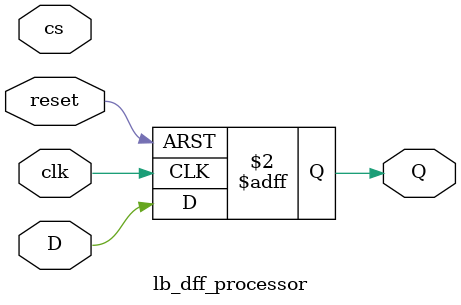
<source format=v>
`timescale 1ns / 1ps
module lb_dff_processor(
	input D, 		//Data input
    input clk, 		//Clock 
    input reset	,	//Reset
	input cs,
	output reg Q 	//Data output
    );

always @ (posedge clk, posedge reset) 	
	//if(!cs) begin
		if(reset)
			Q <= 1'b1;
		else 
			Q <= D;
	//end


endmodule

</source>
